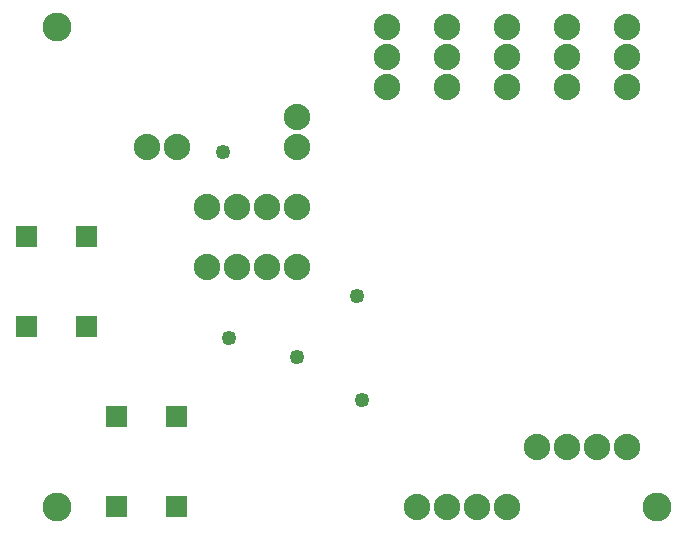
<source format=gbs>
G04 MADE WITH FRITZING*
G04 WWW.FRITZING.ORG*
G04 DOUBLE SIDED*
G04 HOLES PLATED*
G04 CONTOUR ON CENTER OF CONTOUR VECTOR*
%ASAXBY*%
%FSLAX23Y23*%
%MOIN*%
%OFA0B0*%
%SFA1.0B1.0*%
%ADD10C,0.088000*%
%ADD11C,0.069370*%
%ADD12C,0.049370*%
%ADD13C,0.096614*%
%ADD14R,0.001000X0.001000*%
%LNMASK0*%
G90*
G70*
G54D10*
X502Y1392D03*
X602Y1392D03*
X702Y992D03*
X802Y992D03*
X902Y992D03*
X1002Y992D03*
X702Y1192D03*
X802Y1192D03*
X902Y1192D03*
X1002Y1192D03*
G54D11*
X102Y792D03*
X102Y1092D03*
X302Y792D03*
X302Y1092D03*
X602Y492D03*
X602Y192D03*
X402Y492D03*
X402Y192D03*
G54D10*
X1802Y392D03*
X1902Y392D03*
X2002Y392D03*
X2102Y392D03*
X1702Y192D03*
X1602Y192D03*
X1502Y192D03*
X1402Y192D03*
X2102Y1592D03*
X2102Y1692D03*
X2102Y1792D03*
X1302Y1592D03*
X1302Y1692D03*
X1302Y1792D03*
X1702Y1592D03*
X1702Y1692D03*
X1702Y1792D03*
X1902Y1592D03*
X1902Y1692D03*
X1902Y1792D03*
X1502Y1592D03*
X1502Y1692D03*
X1502Y1792D03*
X1002Y1392D03*
X1002Y1492D03*
G54D12*
X757Y1374D03*
X1203Y893D03*
X1220Y548D03*
X1002Y692D03*
X777Y754D03*
G54D13*
X202Y192D03*
X2202Y192D03*
X202Y1792D03*
G54D14*
X68Y1128D02*
X136Y1128D01*
X268Y1128D02*
X336Y1128D01*
X68Y1127D02*
X136Y1127D01*
X267Y1127D02*
X336Y1127D01*
X68Y1126D02*
X136Y1126D01*
X267Y1126D02*
X336Y1126D01*
X68Y1125D02*
X136Y1125D01*
X267Y1125D02*
X336Y1125D01*
X68Y1124D02*
X136Y1124D01*
X267Y1124D02*
X336Y1124D01*
X68Y1123D02*
X136Y1123D01*
X267Y1123D02*
X336Y1123D01*
X68Y1122D02*
X136Y1122D01*
X267Y1122D02*
X336Y1122D01*
X68Y1121D02*
X136Y1121D01*
X267Y1121D02*
X336Y1121D01*
X68Y1120D02*
X136Y1120D01*
X267Y1120D02*
X336Y1120D01*
X68Y1119D02*
X136Y1119D01*
X267Y1119D02*
X336Y1119D01*
X68Y1118D02*
X136Y1118D01*
X267Y1118D02*
X336Y1118D01*
X68Y1117D02*
X136Y1117D01*
X267Y1117D02*
X336Y1117D01*
X68Y1116D02*
X136Y1116D01*
X267Y1116D02*
X336Y1116D01*
X68Y1115D02*
X136Y1115D01*
X267Y1115D02*
X336Y1115D01*
X68Y1114D02*
X136Y1114D01*
X267Y1114D02*
X336Y1114D01*
X68Y1113D02*
X136Y1113D01*
X267Y1113D02*
X336Y1113D01*
X68Y1112D02*
X136Y1112D01*
X267Y1112D02*
X336Y1112D01*
X68Y1111D02*
X136Y1111D01*
X267Y1111D02*
X336Y1111D01*
X68Y1110D02*
X136Y1110D01*
X267Y1110D02*
X336Y1110D01*
X68Y1109D02*
X136Y1109D01*
X267Y1109D02*
X336Y1109D01*
X68Y1108D02*
X99Y1108D01*
X105Y1108D02*
X136Y1108D01*
X267Y1108D02*
X299Y1108D01*
X305Y1108D02*
X336Y1108D01*
X68Y1107D02*
X95Y1107D01*
X108Y1107D02*
X136Y1107D01*
X267Y1107D02*
X295Y1107D01*
X308Y1107D02*
X336Y1107D01*
X68Y1106D02*
X93Y1106D01*
X110Y1106D02*
X136Y1106D01*
X267Y1106D02*
X293Y1106D01*
X310Y1106D02*
X336Y1106D01*
X68Y1105D02*
X92Y1105D01*
X111Y1105D02*
X136Y1105D01*
X267Y1105D02*
X292Y1105D01*
X311Y1105D02*
X336Y1105D01*
X68Y1104D02*
X91Y1104D01*
X112Y1104D02*
X136Y1104D01*
X267Y1104D02*
X291Y1104D01*
X312Y1104D02*
X336Y1104D01*
X68Y1103D02*
X90Y1103D01*
X113Y1103D02*
X136Y1103D01*
X267Y1103D02*
X290Y1103D01*
X313Y1103D02*
X336Y1103D01*
X68Y1102D02*
X89Y1102D01*
X114Y1102D02*
X136Y1102D01*
X267Y1102D02*
X289Y1102D01*
X314Y1102D02*
X336Y1102D01*
X68Y1101D02*
X89Y1101D01*
X115Y1101D02*
X136Y1101D01*
X267Y1101D02*
X289Y1101D01*
X315Y1101D02*
X336Y1101D01*
X68Y1100D02*
X88Y1100D01*
X115Y1100D02*
X136Y1100D01*
X267Y1100D02*
X288Y1100D01*
X315Y1100D02*
X336Y1100D01*
X68Y1099D02*
X88Y1099D01*
X116Y1099D02*
X136Y1099D01*
X267Y1099D02*
X287Y1099D01*
X316Y1099D02*
X336Y1099D01*
X68Y1098D02*
X87Y1098D01*
X116Y1098D02*
X136Y1098D01*
X267Y1098D02*
X287Y1098D01*
X316Y1098D02*
X336Y1098D01*
X68Y1097D02*
X87Y1097D01*
X116Y1097D02*
X136Y1097D01*
X267Y1097D02*
X287Y1097D01*
X316Y1097D02*
X336Y1097D01*
X68Y1096D02*
X87Y1096D01*
X117Y1096D02*
X136Y1096D01*
X267Y1096D02*
X287Y1096D01*
X317Y1096D02*
X336Y1096D01*
X68Y1095D02*
X87Y1095D01*
X117Y1095D02*
X136Y1095D01*
X267Y1095D02*
X287Y1095D01*
X317Y1095D02*
X336Y1095D01*
X68Y1094D02*
X87Y1094D01*
X117Y1094D02*
X136Y1094D01*
X267Y1094D02*
X287Y1094D01*
X317Y1094D02*
X336Y1094D01*
X68Y1093D02*
X87Y1093D01*
X117Y1093D02*
X136Y1093D01*
X267Y1093D02*
X287Y1093D01*
X317Y1093D02*
X336Y1093D01*
X68Y1092D02*
X87Y1092D01*
X117Y1092D02*
X136Y1092D01*
X267Y1092D02*
X287Y1092D01*
X317Y1092D02*
X336Y1092D01*
X68Y1091D02*
X87Y1091D01*
X117Y1091D02*
X136Y1091D01*
X267Y1091D02*
X287Y1091D01*
X317Y1091D02*
X336Y1091D01*
X68Y1090D02*
X87Y1090D01*
X116Y1090D02*
X136Y1090D01*
X267Y1090D02*
X287Y1090D01*
X316Y1090D02*
X336Y1090D01*
X68Y1089D02*
X87Y1089D01*
X116Y1089D02*
X136Y1089D01*
X267Y1089D02*
X287Y1089D01*
X316Y1089D02*
X336Y1089D01*
X68Y1088D02*
X88Y1088D01*
X116Y1088D02*
X136Y1088D01*
X267Y1088D02*
X288Y1088D01*
X316Y1088D02*
X336Y1088D01*
X68Y1087D02*
X88Y1087D01*
X115Y1087D02*
X136Y1087D01*
X267Y1087D02*
X288Y1087D01*
X315Y1087D02*
X336Y1087D01*
X68Y1086D02*
X89Y1086D01*
X115Y1086D02*
X136Y1086D01*
X267Y1086D02*
X289Y1086D01*
X315Y1086D02*
X336Y1086D01*
X68Y1085D02*
X89Y1085D01*
X114Y1085D02*
X136Y1085D01*
X267Y1085D02*
X289Y1085D01*
X314Y1085D02*
X336Y1085D01*
X68Y1084D02*
X90Y1084D01*
X113Y1084D02*
X136Y1084D01*
X267Y1084D02*
X290Y1084D01*
X313Y1084D02*
X336Y1084D01*
X68Y1083D02*
X91Y1083D01*
X112Y1083D02*
X136Y1083D01*
X267Y1083D02*
X291Y1083D01*
X312Y1083D02*
X336Y1083D01*
X68Y1082D02*
X92Y1082D01*
X111Y1082D02*
X136Y1082D01*
X267Y1082D02*
X292Y1082D01*
X311Y1082D02*
X336Y1082D01*
X68Y1081D02*
X94Y1081D01*
X110Y1081D02*
X136Y1081D01*
X267Y1081D02*
X293Y1081D01*
X310Y1081D02*
X336Y1081D01*
X68Y1080D02*
X95Y1080D01*
X108Y1080D02*
X136Y1080D01*
X267Y1080D02*
X295Y1080D01*
X308Y1080D02*
X336Y1080D01*
X68Y1079D02*
X99Y1079D01*
X104Y1079D02*
X136Y1079D01*
X267Y1079D02*
X299Y1079D01*
X304Y1079D02*
X336Y1079D01*
X68Y1078D02*
X136Y1078D01*
X267Y1078D02*
X336Y1078D01*
X68Y1077D02*
X136Y1077D01*
X267Y1077D02*
X336Y1077D01*
X68Y1076D02*
X136Y1076D01*
X267Y1076D02*
X336Y1076D01*
X68Y1075D02*
X136Y1075D01*
X267Y1075D02*
X336Y1075D01*
X68Y1074D02*
X136Y1074D01*
X267Y1074D02*
X336Y1074D01*
X68Y1073D02*
X136Y1073D01*
X267Y1073D02*
X336Y1073D01*
X68Y1072D02*
X136Y1072D01*
X267Y1072D02*
X336Y1072D01*
X68Y1071D02*
X136Y1071D01*
X267Y1071D02*
X336Y1071D01*
X68Y1070D02*
X136Y1070D01*
X267Y1070D02*
X336Y1070D01*
X68Y1069D02*
X136Y1069D01*
X267Y1069D02*
X336Y1069D01*
X68Y1068D02*
X136Y1068D01*
X267Y1068D02*
X336Y1068D01*
X68Y1067D02*
X136Y1067D01*
X267Y1067D02*
X336Y1067D01*
X68Y1066D02*
X136Y1066D01*
X267Y1066D02*
X336Y1066D01*
X68Y1065D02*
X136Y1065D01*
X267Y1065D02*
X336Y1065D01*
X68Y1064D02*
X136Y1064D01*
X267Y1064D02*
X336Y1064D01*
X68Y1063D02*
X136Y1063D01*
X267Y1063D02*
X336Y1063D01*
X68Y1062D02*
X136Y1062D01*
X267Y1062D02*
X336Y1062D01*
X68Y1061D02*
X136Y1061D01*
X267Y1061D02*
X336Y1061D01*
X68Y1060D02*
X136Y1060D01*
X267Y1060D02*
X336Y1060D01*
X68Y1059D02*
X136Y1059D01*
X268Y1059D02*
X336Y1059D01*
X68Y828D02*
X136Y828D01*
X268Y828D02*
X336Y828D01*
X68Y827D02*
X136Y827D01*
X267Y827D02*
X336Y827D01*
X68Y826D02*
X136Y826D01*
X267Y826D02*
X336Y826D01*
X68Y825D02*
X136Y825D01*
X267Y825D02*
X336Y825D01*
X68Y824D02*
X136Y824D01*
X267Y824D02*
X336Y824D01*
X68Y823D02*
X136Y823D01*
X267Y823D02*
X336Y823D01*
X68Y822D02*
X136Y822D01*
X267Y822D02*
X336Y822D01*
X68Y821D02*
X136Y821D01*
X267Y821D02*
X336Y821D01*
X68Y820D02*
X136Y820D01*
X267Y820D02*
X336Y820D01*
X68Y819D02*
X136Y819D01*
X267Y819D02*
X336Y819D01*
X68Y818D02*
X136Y818D01*
X267Y818D02*
X336Y818D01*
X68Y817D02*
X136Y817D01*
X267Y817D02*
X336Y817D01*
X68Y816D02*
X136Y816D01*
X267Y816D02*
X336Y816D01*
X68Y815D02*
X136Y815D01*
X267Y815D02*
X336Y815D01*
X68Y814D02*
X136Y814D01*
X267Y814D02*
X336Y814D01*
X68Y813D02*
X136Y813D01*
X267Y813D02*
X336Y813D01*
X68Y812D02*
X136Y812D01*
X267Y812D02*
X336Y812D01*
X68Y811D02*
X136Y811D01*
X267Y811D02*
X336Y811D01*
X68Y810D02*
X136Y810D01*
X267Y810D02*
X336Y810D01*
X68Y809D02*
X136Y809D01*
X267Y809D02*
X336Y809D01*
X68Y808D02*
X98Y808D01*
X105Y808D02*
X136Y808D01*
X267Y808D02*
X298Y808D01*
X305Y808D02*
X336Y808D01*
X68Y807D02*
X95Y807D01*
X108Y807D02*
X136Y807D01*
X267Y807D02*
X295Y807D01*
X308Y807D02*
X336Y807D01*
X68Y806D02*
X93Y806D01*
X110Y806D02*
X136Y806D01*
X267Y806D02*
X293Y806D01*
X310Y806D02*
X336Y806D01*
X68Y805D02*
X92Y805D01*
X111Y805D02*
X136Y805D01*
X267Y805D02*
X292Y805D01*
X311Y805D02*
X336Y805D01*
X68Y804D02*
X91Y804D01*
X113Y804D02*
X136Y804D01*
X267Y804D02*
X291Y804D01*
X313Y804D02*
X336Y804D01*
X68Y803D02*
X90Y803D01*
X113Y803D02*
X136Y803D01*
X267Y803D02*
X290Y803D01*
X313Y803D02*
X336Y803D01*
X68Y802D02*
X89Y802D01*
X114Y802D02*
X136Y802D01*
X267Y802D02*
X289Y802D01*
X314Y802D02*
X336Y802D01*
X68Y801D02*
X88Y801D01*
X115Y801D02*
X136Y801D01*
X267Y801D02*
X288Y801D01*
X315Y801D02*
X336Y801D01*
X68Y800D02*
X88Y800D01*
X115Y800D02*
X136Y800D01*
X267Y800D02*
X288Y800D01*
X315Y800D02*
X336Y800D01*
X68Y799D02*
X87Y799D01*
X116Y799D02*
X136Y799D01*
X267Y799D02*
X287Y799D01*
X316Y799D02*
X336Y799D01*
X68Y798D02*
X87Y798D01*
X116Y798D02*
X136Y798D01*
X267Y798D02*
X287Y798D01*
X316Y798D02*
X336Y798D01*
X68Y797D02*
X87Y797D01*
X117Y797D02*
X136Y797D01*
X267Y797D02*
X287Y797D01*
X317Y797D02*
X336Y797D01*
X68Y796D02*
X87Y796D01*
X117Y796D02*
X136Y796D01*
X267Y796D02*
X287Y796D01*
X317Y796D02*
X336Y796D01*
X68Y795D02*
X87Y795D01*
X117Y795D02*
X136Y795D01*
X267Y795D02*
X287Y795D01*
X317Y795D02*
X336Y795D01*
X68Y794D02*
X87Y794D01*
X117Y794D02*
X136Y794D01*
X267Y794D02*
X287Y794D01*
X317Y794D02*
X336Y794D01*
X68Y793D02*
X87Y793D01*
X117Y793D02*
X136Y793D01*
X267Y793D02*
X287Y793D01*
X317Y793D02*
X336Y793D01*
X68Y792D02*
X87Y792D01*
X117Y792D02*
X136Y792D01*
X267Y792D02*
X287Y792D01*
X317Y792D02*
X336Y792D01*
X68Y791D02*
X87Y791D01*
X117Y791D02*
X136Y791D01*
X267Y791D02*
X287Y791D01*
X317Y791D02*
X336Y791D01*
X68Y790D02*
X87Y790D01*
X116Y790D02*
X136Y790D01*
X267Y790D02*
X287Y790D01*
X316Y790D02*
X336Y790D01*
X68Y789D02*
X87Y789D01*
X116Y789D02*
X136Y789D01*
X267Y789D02*
X287Y789D01*
X316Y789D02*
X336Y789D01*
X68Y788D02*
X88Y788D01*
X116Y788D02*
X136Y788D01*
X267Y788D02*
X288Y788D01*
X316Y788D02*
X336Y788D01*
X68Y787D02*
X88Y787D01*
X115Y787D02*
X136Y787D01*
X267Y787D02*
X288Y787D01*
X315Y787D02*
X336Y787D01*
X68Y786D02*
X89Y786D01*
X115Y786D02*
X136Y786D01*
X267Y786D02*
X289Y786D01*
X315Y786D02*
X336Y786D01*
X68Y785D02*
X89Y785D01*
X114Y785D02*
X136Y785D01*
X267Y785D02*
X289Y785D01*
X314Y785D02*
X336Y785D01*
X68Y784D02*
X90Y784D01*
X113Y784D02*
X136Y784D01*
X267Y784D02*
X290Y784D01*
X313Y784D02*
X336Y784D01*
X68Y783D02*
X91Y783D01*
X112Y783D02*
X136Y783D01*
X267Y783D02*
X291Y783D01*
X312Y783D02*
X336Y783D01*
X68Y782D02*
X92Y782D01*
X111Y782D02*
X136Y782D01*
X267Y782D02*
X292Y782D01*
X311Y782D02*
X336Y782D01*
X68Y781D02*
X94Y781D01*
X110Y781D02*
X136Y781D01*
X267Y781D02*
X294Y781D01*
X310Y781D02*
X336Y781D01*
X68Y780D02*
X96Y780D01*
X108Y780D02*
X136Y780D01*
X267Y780D02*
X296Y780D01*
X308Y780D02*
X336Y780D01*
X68Y779D02*
X101Y779D01*
X103Y779D02*
X136Y779D01*
X267Y779D02*
X301Y779D01*
X303Y779D02*
X336Y779D01*
X68Y778D02*
X136Y778D01*
X267Y778D02*
X336Y778D01*
X68Y777D02*
X136Y777D01*
X267Y777D02*
X336Y777D01*
X68Y776D02*
X136Y776D01*
X267Y776D02*
X336Y776D01*
X68Y775D02*
X136Y775D01*
X267Y775D02*
X336Y775D01*
X68Y774D02*
X136Y774D01*
X267Y774D02*
X336Y774D01*
X68Y773D02*
X136Y773D01*
X267Y773D02*
X336Y773D01*
X68Y772D02*
X136Y772D01*
X267Y772D02*
X336Y772D01*
X68Y771D02*
X136Y771D01*
X267Y771D02*
X336Y771D01*
X68Y770D02*
X136Y770D01*
X267Y770D02*
X336Y770D01*
X68Y769D02*
X136Y769D01*
X267Y769D02*
X336Y769D01*
X68Y768D02*
X136Y768D01*
X267Y768D02*
X336Y768D01*
X68Y767D02*
X136Y767D01*
X267Y767D02*
X336Y767D01*
X68Y766D02*
X136Y766D01*
X267Y766D02*
X336Y766D01*
X68Y765D02*
X136Y765D01*
X267Y765D02*
X336Y765D01*
X68Y764D02*
X136Y764D01*
X267Y764D02*
X336Y764D01*
X68Y763D02*
X136Y763D01*
X267Y763D02*
X336Y763D01*
X68Y762D02*
X136Y762D01*
X267Y762D02*
X336Y762D01*
X68Y761D02*
X136Y761D01*
X267Y761D02*
X336Y761D01*
X68Y760D02*
X136Y760D01*
X267Y760D02*
X336Y760D01*
X68Y759D02*
X135Y759D01*
X268Y759D02*
X335Y759D01*
X368Y528D02*
X436Y528D01*
X568Y528D02*
X636Y528D01*
X367Y527D02*
X436Y527D01*
X567Y527D02*
X636Y527D01*
X367Y526D02*
X436Y526D01*
X567Y526D02*
X636Y526D01*
X367Y525D02*
X436Y525D01*
X567Y525D02*
X636Y525D01*
X367Y524D02*
X436Y524D01*
X567Y524D02*
X636Y524D01*
X367Y523D02*
X436Y523D01*
X567Y523D02*
X636Y523D01*
X367Y522D02*
X436Y522D01*
X567Y522D02*
X636Y522D01*
X367Y521D02*
X436Y521D01*
X567Y521D02*
X636Y521D01*
X367Y520D02*
X436Y520D01*
X567Y520D02*
X636Y520D01*
X367Y519D02*
X436Y519D01*
X567Y519D02*
X636Y519D01*
X367Y518D02*
X436Y518D01*
X567Y518D02*
X636Y518D01*
X367Y517D02*
X436Y517D01*
X567Y517D02*
X636Y517D01*
X367Y516D02*
X436Y516D01*
X567Y516D02*
X636Y516D01*
X367Y515D02*
X436Y515D01*
X567Y515D02*
X636Y515D01*
X367Y514D02*
X436Y514D01*
X567Y514D02*
X636Y514D01*
X367Y513D02*
X436Y513D01*
X567Y513D02*
X636Y513D01*
X367Y512D02*
X436Y512D01*
X567Y512D02*
X636Y512D01*
X367Y511D02*
X436Y511D01*
X567Y511D02*
X636Y511D01*
X367Y510D02*
X436Y510D01*
X567Y510D02*
X636Y510D01*
X367Y509D02*
X436Y509D01*
X567Y509D02*
X636Y509D01*
X367Y508D02*
X398Y508D01*
X406Y508D02*
X436Y508D01*
X567Y508D02*
X598Y508D01*
X606Y508D02*
X636Y508D01*
X367Y507D02*
X395Y507D01*
X409Y507D02*
X436Y507D01*
X567Y507D02*
X595Y507D01*
X609Y507D02*
X636Y507D01*
X367Y506D02*
X393Y506D01*
X410Y506D02*
X436Y506D01*
X567Y506D02*
X593Y506D01*
X610Y506D02*
X636Y506D01*
X367Y505D02*
X392Y505D01*
X412Y505D02*
X436Y505D01*
X567Y505D02*
X592Y505D01*
X612Y505D02*
X636Y505D01*
X367Y504D02*
X391Y504D01*
X413Y504D02*
X436Y504D01*
X567Y504D02*
X591Y504D01*
X613Y504D02*
X636Y504D01*
X367Y503D02*
X390Y503D01*
X414Y503D02*
X436Y503D01*
X567Y503D02*
X590Y503D01*
X614Y503D02*
X636Y503D01*
X367Y502D02*
X389Y502D01*
X414Y502D02*
X436Y502D01*
X567Y502D02*
X589Y502D01*
X614Y502D02*
X636Y502D01*
X367Y501D02*
X388Y501D01*
X415Y501D02*
X436Y501D01*
X567Y501D02*
X588Y501D01*
X615Y501D02*
X636Y501D01*
X367Y500D02*
X388Y500D01*
X416Y500D02*
X436Y500D01*
X567Y500D02*
X588Y500D01*
X615Y500D02*
X636Y500D01*
X367Y499D02*
X387Y499D01*
X416Y499D02*
X436Y499D01*
X567Y499D02*
X587Y499D01*
X616Y499D02*
X636Y499D01*
X367Y498D02*
X387Y498D01*
X416Y498D02*
X436Y498D01*
X567Y498D02*
X587Y498D01*
X616Y498D02*
X636Y498D01*
X367Y497D02*
X387Y497D01*
X417Y497D02*
X436Y497D01*
X567Y497D02*
X587Y497D01*
X617Y497D02*
X636Y497D01*
X367Y496D02*
X387Y496D01*
X417Y496D02*
X436Y496D01*
X567Y496D02*
X587Y496D01*
X617Y496D02*
X636Y496D01*
X367Y495D02*
X387Y495D01*
X417Y495D02*
X436Y495D01*
X567Y495D02*
X587Y495D01*
X617Y495D02*
X636Y495D01*
X367Y494D02*
X387Y494D01*
X417Y494D02*
X436Y494D01*
X567Y494D02*
X586Y494D01*
X617Y494D02*
X636Y494D01*
X367Y493D02*
X387Y493D01*
X417Y493D02*
X436Y493D01*
X567Y493D02*
X587Y493D01*
X617Y493D02*
X636Y493D01*
X367Y492D02*
X387Y492D01*
X417Y492D02*
X436Y492D01*
X567Y492D02*
X587Y492D01*
X617Y492D02*
X636Y492D01*
X367Y491D02*
X387Y491D01*
X417Y491D02*
X436Y491D01*
X567Y491D02*
X587Y491D01*
X617Y491D02*
X636Y491D01*
X367Y490D02*
X387Y490D01*
X416Y490D02*
X436Y490D01*
X567Y490D02*
X587Y490D01*
X616Y490D02*
X636Y490D01*
X367Y489D02*
X387Y489D01*
X416Y489D02*
X436Y489D01*
X567Y489D02*
X587Y489D01*
X616Y489D02*
X636Y489D01*
X367Y488D02*
X388Y488D01*
X416Y488D02*
X436Y488D01*
X567Y488D02*
X588Y488D01*
X616Y488D02*
X636Y488D01*
X367Y487D02*
X388Y487D01*
X415Y487D02*
X436Y487D01*
X567Y487D02*
X588Y487D01*
X615Y487D02*
X636Y487D01*
X367Y486D02*
X389Y486D01*
X415Y486D02*
X436Y486D01*
X567Y486D02*
X589Y486D01*
X615Y486D02*
X636Y486D01*
X367Y485D02*
X389Y485D01*
X414Y485D02*
X436Y485D01*
X567Y485D02*
X589Y485D01*
X614Y485D02*
X636Y485D01*
X367Y484D02*
X390Y484D01*
X413Y484D02*
X436Y484D01*
X567Y484D02*
X590Y484D01*
X613Y484D02*
X636Y484D01*
X367Y483D02*
X391Y483D01*
X412Y483D02*
X436Y483D01*
X567Y483D02*
X591Y483D01*
X612Y483D02*
X636Y483D01*
X367Y482D02*
X392Y482D01*
X411Y482D02*
X436Y482D01*
X567Y482D02*
X592Y482D01*
X611Y482D02*
X636Y482D01*
X367Y481D02*
X394Y481D01*
X409Y481D02*
X436Y481D01*
X567Y481D02*
X594Y481D01*
X609Y481D02*
X636Y481D01*
X367Y480D02*
X396Y480D01*
X407Y480D02*
X436Y480D01*
X567Y480D02*
X596Y480D01*
X607Y480D02*
X636Y480D01*
X367Y479D02*
X436Y479D01*
X567Y479D02*
X636Y479D01*
X367Y478D02*
X436Y478D01*
X567Y478D02*
X636Y478D01*
X367Y477D02*
X436Y477D01*
X567Y477D02*
X636Y477D01*
X367Y476D02*
X436Y476D01*
X567Y476D02*
X636Y476D01*
X367Y475D02*
X436Y475D01*
X567Y475D02*
X636Y475D01*
X367Y474D02*
X436Y474D01*
X567Y474D02*
X636Y474D01*
X367Y473D02*
X436Y473D01*
X567Y473D02*
X636Y473D01*
X367Y472D02*
X436Y472D01*
X567Y472D02*
X636Y472D01*
X367Y471D02*
X436Y471D01*
X567Y471D02*
X636Y471D01*
X367Y470D02*
X436Y470D01*
X567Y470D02*
X636Y470D01*
X367Y469D02*
X436Y469D01*
X567Y469D02*
X636Y469D01*
X367Y468D02*
X436Y468D01*
X567Y468D02*
X636Y468D01*
X367Y467D02*
X436Y467D01*
X567Y467D02*
X636Y467D01*
X367Y466D02*
X436Y466D01*
X567Y466D02*
X636Y466D01*
X367Y465D02*
X436Y465D01*
X567Y465D02*
X636Y465D01*
X367Y464D02*
X436Y464D01*
X567Y464D02*
X636Y464D01*
X367Y463D02*
X436Y463D01*
X567Y463D02*
X636Y463D01*
X367Y462D02*
X436Y462D01*
X567Y462D02*
X636Y462D01*
X367Y461D02*
X436Y461D01*
X567Y461D02*
X636Y461D01*
X367Y460D02*
X436Y460D01*
X567Y460D02*
X636Y460D01*
X367Y228D02*
X436Y228D01*
X567Y228D02*
X636Y228D01*
X367Y227D02*
X436Y227D01*
X567Y227D02*
X636Y227D01*
X367Y226D02*
X436Y226D01*
X567Y226D02*
X636Y226D01*
X367Y225D02*
X436Y225D01*
X567Y225D02*
X636Y225D01*
X367Y224D02*
X436Y224D01*
X567Y224D02*
X636Y224D01*
X367Y223D02*
X436Y223D01*
X567Y223D02*
X636Y223D01*
X367Y222D02*
X436Y222D01*
X567Y222D02*
X636Y222D01*
X367Y221D02*
X436Y221D01*
X567Y221D02*
X636Y221D01*
X367Y220D02*
X436Y220D01*
X567Y220D02*
X636Y220D01*
X367Y219D02*
X436Y219D01*
X567Y219D02*
X636Y219D01*
X367Y218D02*
X436Y218D01*
X567Y218D02*
X636Y218D01*
X367Y217D02*
X436Y217D01*
X567Y217D02*
X636Y217D01*
X367Y216D02*
X436Y216D01*
X567Y216D02*
X636Y216D01*
X367Y215D02*
X436Y215D01*
X567Y215D02*
X636Y215D01*
X367Y214D02*
X436Y214D01*
X567Y214D02*
X636Y214D01*
X367Y213D02*
X436Y213D01*
X567Y213D02*
X636Y213D01*
X367Y212D02*
X436Y212D01*
X567Y212D02*
X636Y212D01*
X367Y211D02*
X436Y211D01*
X567Y211D02*
X636Y211D01*
X367Y210D02*
X436Y210D01*
X567Y210D02*
X636Y210D01*
X367Y209D02*
X436Y209D01*
X567Y209D02*
X636Y209D01*
X367Y208D02*
X397Y208D01*
X406Y208D02*
X436Y208D01*
X567Y208D02*
X597Y208D01*
X606Y208D02*
X636Y208D01*
X367Y207D02*
X395Y207D01*
X409Y207D02*
X436Y207D01*
X567Y207D02*
X595Y207D01*
X609Y207D02*
X636Y207D01*
X367Y206D02*
X393Y206D01*
X410Y206D02*
X436Y206D01*
X567Y206D02*
X593Y206D01*
X610Y206D02*
X636Y206D01*
X367Y205D02*
X392Y205D01*
X412Y205D02*
X436Y205D01*
X567Y205D02*
X592Y205D01*
X612Y205D02*
X636Y205D01*
X367Y204D02*
X391Y204D01*
X413Y204D02*
X436Y204D01*
X567Y204D02*
X591Y204D01*
X613Y204D02*
X636Y204D01*
X367Y203D02*
X390Y203D01*
X414Y203D02*
X436Y203D01*
X567Y203D02*
X590Y203D01*
X614Y203D02*
X636Y203D01*
X367Y202D02*
X389Y202D01*
X414Y202D02*
X436Y202D01*
X567Y202D02*
X589Y202D01*
X614Y202D02*
X636Y202D01*
X367Y201D02*
X388Y201D01*
X415Y201D02*
X436Y201D01*
X567Y201D02*
X588Y201D01*
X615Y201D02*
X636Y201D01*
X367Y200D02*
X388Y200D01*
X416Y200D02*
X436Y200D01*
X567Y200D02*
X588Y200D01*
X616Y200D02*
X636Y200D01*
X367Y199D02*
X387Y199D01*
X416Y199D02*
X436Y199D01*
X567Y199D02*
X587Y199D01*
X616Y199D02*
X636Y199D01*
X367Y198D02*
X387Y198D01*
X416Y198D02*
X436Y198D01*
X567Y198D02*
X587Y198D01*
X616Y198D02*
X636Y198D01*
X367Y197D02*
X387Y197D01*
X417Y197D02*
X436Y197D01*
X567Y197D02*
X587Y197D01*
X617Y197D02*
X636Y197D01*
X367Y196D02*
X387Y196D01*
X417Y196D02*
X436Y196D01*
X567Y196D02*
X587Y196D01*
X617Y196D02*
X636Y196D01*
X367Y195D02*
X387Y195D01*
X417Y195D02*
X436Y195D01*
X567Y195D02*
X587Y195D01*
X617Y195D02*
X636Y195D01*
X367Y194D02*
X387Y194D01*
X417Y194D02*
X436Y194D01*
X567Y194D02*
X586Y194D01*
X617Y194D02*
X636Y194D01*
X367Y193D02*
X387Y193D01*
X417Y193D02*
X436Y193D01*
X567Y193D02*
X587Y193D01*
X617Y193D02*
X636Y193D01*
X367Y192D02*
X387Y192D01*
X417Y192D02*
X436Y192D01*
X567Y192D02*
X587Y192D01*
X617Y192D02*
X636Y192D01*
X367Y191D02*
X387Y191D01*
X417Y191D02*
X436Y191D01*
X567Y191D02*
X587Y191D01*
X617Y191D02*
X636Y191D01*
X367Y190D02*
X387Y190D01*
X416Y190D02*
X436Y190D01*
X567Y190D02*
X587Y190D01*
X616Y190D02*
X636Y190D01*
X367Y189D02*
X387Y189D01*
X416Y189D02*
X436Y189D01*
X567Y189D02*
X587Y189D01*
X616Y189D02*
X636Y189D01*
X367Y188D02*
X388Y188D01*
X416Y188D02*
X436Y188D01*
X567Y188D02*
X588Y188D01*
X616Y188D02*
X636Y188D01*
X367Y187D02*
X388Y187D01*
X415Y187D02*
X436Y187D01*
X567Y187D02*
X588Y187D01*
X615Y187D02*
X636Y187D01*
X367Y186D02*
X389Y186D01*
X415Y186D02*
X436Y186D01*
X567Y186D02*
X589Y186D01*
X615Y186D02*
X636Y186D01*
X367Y185D02*
X390Y185D01*
X414Y185D02*
X436Y185D01*
X567Y185D02*
X590Y185D01*
X614Y185D02*
X636Y185D01*
X367Y184D02*
X390Y184D01*
X413Y184D02*
X436Y184D01*
X567Y184D02*
X590Y184D01*
X613Y184D02*
X636Y184D01*
X367Y183D02*
X391Y183D01*
X412Y183D02*
X436Y183D01*
X567Y183D02*
X591Y183D01*
X612Y183D02*
X636Y183D01*
X367Y182D02*
X393Y182D01*
X411Y182D02*
X436Y182D01*
X567Y182D02*
X593Y182D01*
X611Y182D02*
X636Y182D01*
X367Y181D02*
X394Y181D01*
X409Y181D02*
X436Y181D01*
X567Y181D02*
X594Y181D01*
X609Y181D02*
X636Y181D01*
X367Y180D02*
X396Y180D01*
X407Y180D02*
X436Y180D01*
X567Y180D02*
X596Y180D01*
X607Y180D02*
X636Y180D01*
X367Y179D02*
X436Y179D01*
X567Y179D02*
X636Y179D01*
X367Y178D02*
X436Y178D01*
X567Y178D02*
X636Y178D01*
X367Y177D02*
X436Y177D01*
X567Y177D02*
X636Y177D01*
X367Y176D02*
X436Y176D01*
X567Y176D02*
X636Y176D01*
X367Y175D02*
X436Y175D01*
X567Y175D02*
X636Y175D01*
X367Y174D02*
X436Y174D01*
X567Y174D02*
X636Y174D01*
X367Y173D02*
X436Y173D01*
X567Y173D02*
X636Y173D01*
X367Y172D02*
X436Y172D01*
X567Y172D02*
X636Y172D01*
X367Y171D02*
X436Y171D01*
X567Y171D02*
X636Y171D01*
X367Y170D02*
X436Y170D01*
X567Y170D02*
X636Y170D01*
X367Y169D02*
X436Y169D01*
X567Y169D02*
X636Y169D01*
X367Y168D02*
X436Y168D01*
X567Y168D02*
X636Y168D01*
X367Y167D02*
X436Y167D01*
X567Y167D02*
X636Y167D01*
X367Y166D02*
X436Y166D01*
X567Y166D02*
X636Y166D01*
X367Y165D02*
X436Y165D01*
X567Y165D02*
X636Y165D01*
X367Y164D02*
X436Y164D01*
X567Y164D02*
X636Y164D01*
X367Y163D02*
X436Y163D01*
X567Y163D02*
X636Y163D01*
X367Y162D02*
X436Y162D01*
X567Y162D02*
X636Y162D01*
X367Y161D02*
X436Y161D01*
X567Y161D02*
X636Y161D01*
X367Y160D02*
X436Y160D01*
X567Y160D02*
X636Y160D01*
D02*
G04 End of Mask0*
M02*
</source>
